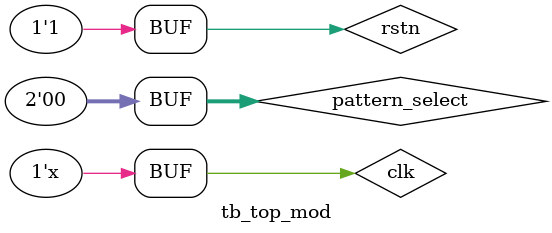
<source format=v>
`timescale 1ns / 1ps

module tb_top_mod();
    reg  clk;                           //inputÀ» reg Å¸ÀÔÀ¸·Î ¼±¾ð
    reg  rstn;    
    reg  [1:0] pattern_select;
    wire o_vs;                         //outputÀ» wire Å¸ÀÔÀ¸·Î ¼±¾ð
    wire o_hs;   
    wire [3:0] o_r_data;
    wire [3:0] o_g_data;
    wire [3:0] o_b_data;
                                       //uut ¼±¾ð ÈÄ °¢ input, output ¿¬°á
    top_mod UUT(clk,rstn,pattern_select,o_vs,o_hs,o_r_data,o_g_data,o_b_data);
                        
    always #4 clk=~clk;                //¸Å 4ns¸¶´Ù clk ¹ÝÀü (125MHz)
    
    initial begin
            clk=0;  rstn=0;   pattern_select=2'b00;   //pattern0 Ãâ·Â
      #10           rstn=1; 
    end

endmodule

</source>
